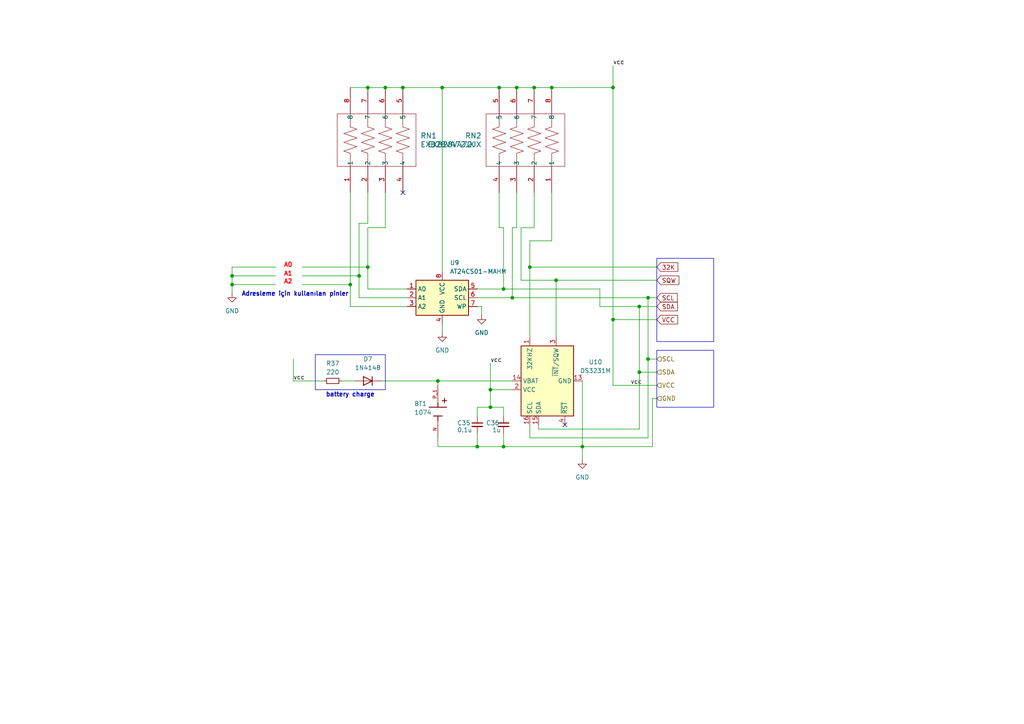
<source format=kicad_sch>
(kicad_sch (version 20231120) (generator "eeschema") (generator_version "8.0")
  (paper "A4")
  (lib_symbols
    (symbol "1074:1074" (pin_names (offset 1.016))
      (property "Reference" "BT" (at -3.81 3.81 0))
      (property "Value" "1074" (at -3.81 -5.08 0))
      (symbol "1074_0_0"
        (polyline (pts (xy -3.81 1.905) (xy -2.54 1.905)) (stroke (width 0.254)))
        (polyline (pts (xy -3.175 2.54) (xy -3.175 1.27)) (stroke (width 0.254)))
        (polyline (pts (xy -1.27 0) (xy -2.54 0)) (stroke (width 0.254)))
        (polyline (pts (xy -1.27 0) (xy -1.27 -2.54)) (stroke (width 0.254)))
        (polyline (pts (xy -1.27 2.54) (xy -1.27 0)) (stroke (width 0.254)))
        (polyline (pts (xy 1.27 0) (xy 1.27 -1.27)) (stroke (width 0.254)))
        (polyline (pts (xy 1.27 0) (xy 2.54 0)) (stroke (width 0.254)))
        (polyline (pts (xy 1.27 1.27) (xy 1.27 0)) (stroke (width 0.254)))
        (pin passive line (at 7.62 0 180) (length 5.08) (name "~") (number "N"))
        (pin passive line (at -7.62 0 0) (length 5.08) (name "~") (number "P_1"))
      )
    )
    (symbol "Device:C_Small" (pin_numbers hide) (pin_names (offset 0.254) hide)
      (property "Reference" "C" (at 0.254 1.778 0))
      (property "Value" "C_Small" (at 0.254 -2.032 0))
      (symbol "C_Small_0_1"
        (polyline (pts (xy -1.524 -0.508) (xy 1.524 -0.508)) (stroke (width 0.3302)))
        (polyline (pts (xy -1.524 0.508) (xy 1.524 0.508)) (stroke (width 0.3048)))
      )
      (symbol "C_Small_1_1"
        (pin passive line (at 0 2.54 270) (length 2.032) (name "~") (number "1"))
        (pin passive line (at 0 -2.54 90) (length 2.032) (name "~") (number "2"))
      )
    )
    (symbol "Device:R_Small" (pin_numbers hide) (pin_names (offset 0.254) hide)
      (property "Reference" "R" (at 0.762 0.508 0))
      (property "Value" "R_Small" (at 0.762 -1.016 0))
      (symbol "R_Small_0_1"
        (rectangle (start -0.762 1.778) (end 0.762 -1.778) (stroke (width 0.2032)))
      )
      (symbol "R_Small_1_1"
        (pin passive line (at 0 2.54 270) (length 0.762) (name "~") (number "1"))
        (pin passive line (at 0 -2.54 90) (length 0.762) (name "~") (number "2"))
      )
    )
    (symbol "Diode:1N4148" (pin_numbers hide) (pin_names hide)
      (property "Reference" "D" (at 0 2.54 0))
      (property "Value" "1N4148" (at 0 -2.54 0))
      (symbol "1N4148_0_1"
        (polyline (pts (xy -1.27 1.27) (xy -1.27 -1.27)) (stroke (width 0.254)))
        (polyline (pts (xy 1.27 0) (xy -1.27 0)))
        (polyline (pts (xy 1.27 1.27) (xy 1.27 -1.27) (xy -1.27 0) (xy 1.27 1.27)) (stroke (width 0.254)))
      )
      (symbol "1N4148_1_1"
        (pin passive line (at -3.81 0 0) (length 2.54) (name "K") (number "1"))
        (pin passive line (at 3.81 0 180) (length 2.54) (name "A") (number "2"))
      )
    )
    (symbol "Memory_EEPROM:AT24CS01-MAHM"
      (property "Reference" "U" (at -7.62 6.35 0))
      (property "Value" "AT24CS01-MAHM" (at 2.54 -6.35 0))
      (symbol "AT24CS01-MAHM_1_1"
        (rectangle (start -7.62 5.08) (end 7.62 -5.08) (stroke (width 0.254)) (fill (type background)))
        (pin input line (at -10.16 2.54 0) (length 2.54) (name "A0") (number "1"))
        (pin input line (at -10.16 0 0) (length 2.54) (name "A1") (number "2"))
        (pin input line (at -10.16 -2.54 0) (length 2.54) (name "A2") (number "3"))
        (pin power_in line (at 0 -7.62 90) (length 2.54) (name "GND") (number "4"))
        (pin bidirectional line (at 10.16 2.54 180) (length 2.54) (name "SDA") (number "5"))
        (pin input line (at 10.16 0 180) (length 2.54) (name "SCL") (number "6"))
        (pin input line (at 10.16 -2.54 180) (length 2.54) (name "WP") (number "7"))
        (pin power_in line (at 0 7.62 270) (length 2.54) (name "VCC") (number "8"))
      )
    )
    (symbol "Timer_RTC:DS3231M"
      (property "Reference" "U" (at -7.62 8.89 0))
      (property "Value" "DS3231M" (at 10.16 8.89 0))
      (symbol "DS3231M_0_1"
        (rectangle (start -10.16 7.62) (end 10.16 -7.62) (stroke (width 0.254)) (fill (type background)))
      )
      (symbol "DS3231M_1_1"
        (pin open_collector line (at 12.7 5.08 180) (length 2.54) (name "32KHZ") (number "1"))
        (pin passive line (at 0 -10.16 90) (length 2.54) hide (name "GND") (number "10"))
        (pin passive line (at 0 -10.16 90) (length 2.54) hide (name "GND") (number "11"))
        (pin passive line (at 0 -10.16 90) (length 2.54) hide (name "GND") (number "12"))
        (pin power_in line (at 0 -10.16 90) (length 2.54) (name "GND") (number "13"))
        (pin power_in line (at 0 10.16 270) (length 2.54) (name "VBAT") (number "14"))
        (pin bidirectional line (at -12.7 2.54 0) (length 2.54) (name "SDA") (number "15"))
        (pin input line (at -12.7 5.08 0) (length 2.54) (name "SCL") (number "16"))
        (pin power_in line (at -2.54 10.16 270) (length 2.54) (name "VCC") (number "2"))
        (pin open_collector line (at 12.7 -2.54 180) (length 2.54) (name "~{INT}/SQW") (number "3"))
        (pin bidirectional line (at -12.7 -5.08 0) (length 2.54) (name "~{RST}") (number "4"))
        (pin passive line (at 0 -10.16 90) (length 2.54) hide (name "GND") (number "5"))
        (pin passive line (at 0 -10.16 90) (length 2.54) hide (name "GND") (number "6"))
        (pin passive line (at 0 -10.16 90) (length 2.54) hide (name "GND") (number "7"))
        (pin passive line (at 0 -10.16 90) (length 2.54) hide (name "GND") (number "8"))
        (pin passive line (at 0 -10.16 90) (length 2.54) hide (name "GND") (number "9"))
      )
    )
    (symbol "array:EXB28V472JX" (pin_names (offset 0.254))
      (property "Reference" "U" (at 15.24 8.89 0))
      (property "Value" "EXB28V472JX" (at 15.24 6.35 0))
      (symbol "EXB28V472JX_0_1"
        (polyline (pts (xy 7.62 -19.05) (xy 22.86 -19.05)) (stroke (width 0.127)))
        (polyline (pts (xy 7.62 3.81) (xy 7.62 -19.05)) (stroke (width 0.127)))
        (polyline (pts (xy 11.43 -15.24) (xy 7.62 -15.24)) (stroke (width 0.127)))
        (polyline (pts (xy 11.43 -15.24) (xy 12.065 -13.335)) (stroke (width 0.127)))
        (polyline (pts (xy 11.43 -10.16) (xy 7.62 -10.16)) (stroke (width 0.127)))
        (polyline (pts (xy 11.43 -10.16) (xy 12.065 -8.255)) (stroke (width 0.127)))
        (polyline (pts (xy 11.43 -5.08) (xy 7.62 -5.08)) (stroke (width 0.127)))
        (polyline (pts (xy 11.43 -5.08) (xy 12.065 -3.175)) (stroke (width 0.127)))
        (polyline (pts (xy 11.43 0) (xy 7.62 0)) (stroke (width 0.127)))
        (polyline (pts (xy 11.43 0) (xy 12.065 1.905)) (stroke (width 0.127)))
        (polyline (pts (xy 12.065 -13.335) (xy 13.335 -17.145)) (stroke (width 0.127)))
        (polyline (pts (xy 12.065 -8.255) (xy 13.335 -12.065)) (stroke (width 0.127)))
        (polyline (pts (xy 12.065 -3.175) (xy 13.335 -6.985)) (stroke (width 0.127)))
        (polyline (pts (xy 12.065 1.905) (xy 13.335 -1.905)) (stroke (width 0.127)))
        (polyline (pts (xy 13.335 -17.145) (xy 14.605 -13.335)) (stroke (width 0.127)))
        (polyline (pts (xy 13.335 -12.065) (xy 14.605 -8.255)) (stroke (width 0.127)))
        (polyline (pts (xy 13.335 -6.985) (xy 14.605 -3.175)) (stroke (width 0.127)))
        (polyline (pts (xy 13.335 -1.905) (xy 14.605 1.905)) (stroke (width 0.127)))
        (polyline (pts (xy 14.605 -13.335) (xy 15.875 -17.145)) (stroke (width 0.127)))
        (polyline (pts (xy 14.605 -8.255) (xy 15.875 -12.065)) (stroke (width 0.127)))
        (polyline (pts (xy 14.605 -3.175) (xy 15.875 -6.985)) (stroke (width 0.127)))
        (polyline (pts (xy 14.605 1.905) (xy 15.875 -1.905)) (stroke (width 0.127)))
        (polyline (pts (xy 15.875 -17.145) (xy 17.145 -13.335)) (stroke (width 0.127)))
        (polyline (pts (xy 15.875 -12.065) (xy 17.145 -8.255)) (stroke (width 0.127)))
        (polyline (pts (xy 15.875 -6.985) (xy 17.145 -3.175)) (stroke (width 0.127)))
        (polyline (pts (xy 15.875 -1.905) (xy 17.145 1.905)) (stroke (width 0.127)))
        (polyline (pts (xy 17.145 -13.335) (xy 18.415 -17.145)) (stroke (width 0.127)))
        (polyline (pts (xy 17.145 -8.255) (xy 18.415 -12.065)) (stroke (width 0.127)))
        (polyline (pts (xy 17.145 -3.175) (xy 18.415 -6.985)) (stroke (width 0.127)))
        (polyline (pts (xy 17.145 1.905) (xy 18.415 -1.905)) (stroke (width 0.127)))
        (polyline (pts (xy 18.415 -17.145) (xy 19.05 -15.24)) (stroke (width 0.127)))
        (polyline (pts (xy 18.415 -12.065) (xy 19.05 -10.16)) (stroke (width 0.127)))
        (polyline (pts (xy 18.415 -6.985) (xy 19.05 -5.08)) (stroke (width 0.127)))
        (polyline (pts (xy 18.415 -1.905) (xy 19.05 0)) (stroke (width 0.127)))
        (polyline (pts (xy 19.05 -15.24) (xy 22.86 -15.24)) (stroke (width 0.127)))
        (polyline (pts (xy 19.05 -10.16) (xy 22.86 -10.16)) (stroke (width 0.127)))
        (polyline (pts (xy 19.05 -5.08) (xy 22.86 -5.08)) (stroke (width 0.127)))
        (polyline (pts (xy 19.05 0) (xy 22.86 0)) (stroke (width 0.127)))
        (polyline (pts (xy 22.86 -19.05) (xy 22.86 3.81)) (stroke (width 0.127)))
        (polyline (pts (xy 22.86 3.81) (xy 7.62 3.81)) (stroke (width 0.127)))
        (pin unspecified line (at 0 0 0) (length 7.62) (name "1") (number "1"))
        (pin unspecified line (at 0 -5.08 0) (length 7.62) (name "2") (number "2"))
        (pin unspecified line (at 0 -10.16 0) (length 7.62) (name "3") (number "3"))
        (pin unspecified line (at 0 -15.24 0) (length 7.62) (name "4") (number "4"))
        (pin unspecified line (at 30.48 -15.24 180) (length 7.62) (name "5") (number "5"))
        (pin unspecified line (at 30.48 -10.16 180) (length 7.62) (name "6") (number "6"))
        (pin unspecified line (at 30.48 -5.08 180) (length 7.62) (name "7") (number "7"))
        (pin unspecified line (at 30.48 0 180) (length 7.62) (name "8") (number "8"))
      )
    )
    (symbol "power:GND" (power) (pin_numbers hide) (pin_names (offset 0) hide)
      (property "Value" "GND" (at 0 -3.81 0))
      (symbol "GND_0_1"
        (polyline (pts (xy 0 0) (xy 0 -1.27) (xy 1.27 -1.27) (xy 0 -2.54) (xy -1.27 -1.27) (xy 0 -1.27)))
      )
      (symbol "GND_1_1"
        (pin power_in line (at 0 0 270) (length 0) (name "~") (number "1"))
      )
    )
  )
  (junction (at 160.02 25.4))
  (junction (at 106.68 77.47))
  (junction (at 101.6 82.55))
  (junction (at 146.05 129.54))
  (junction (at 142.24 118.11))
  (junction (at 111.76 25.4))
  (junction (at 161.29 81.28))
  (junction (at 185.42 107.95))
  (junction (at 67.31 80.01))
  (junction (at 138.43 129.54))
  (junction (at 185.42 88.9))
  (junction (at 177.8 25.4))
  (junction (at 187.96 86.36))
  (junction (at 154.94 25.4))
  (junction (at 153.67 77.47))
  (junction (at 144.78 25.4))
  (junction (at 142.24 113.03))
  (junction (at 127 110.49))
  (junction (at 128.27 25.4))
  (junction (at 116.84 25.4))
  (junction (at 187.96 104.14))
  (junction (at 148.59 86.36))
  (junction (at 67.31 82.55))
  (junction (at 149.86 25.4))
  (junction (at 104.14 80.01))
  (junction (at 106.68 25.4))
  (junction (at 168.91 129.54))
  (junction (at 177.8 92.71))
  (junction (at 146.05 83.82))
  (no_connect (at 163.83 123.19))
  (no_connect (at 116.84 55.88))
  (wire (pts (xy 187.96 104.14) (xy 190.5 104.14)))
  (wire (pts (xy 111.76 66.04) (xy 106.68 66.04)))
  (wire (pts (xy 85.09 110.49) (xy 93.98 110.49)))
  (wire (pts (xy 168.91 110.49) (xy 168.91 129.54)))
  (wire (pts (xy 101.6 88.9) (xy 101.6 82.55)))
  (wire (pts (xy 177.8 92.71) (xy 177.8 111.76)))
  (wire (pts (xy 127 110.49) (xy 148.59 110.49)))
  (wire (pts (xy 128.27 25.4) (xy 144.78 25.4)))
  (wire (pts (xy 80.01 80.01) (xy 67.31 80.01)))
  (wire (pts (xy 154.94 25.4) (xy 160.02 25.4)))
  (wire (pts (xy 148.59 66.04) (xy 148.59 86.36)))
  (wire (pts (xy 111.76 55.88) (xy 111.76 66.04)))
  (wire (pts (xy 139.7 88.9) (xy 139.7 91.44)))
  (wire (pts (xy 99.06 110.49) (xy 102.87 110.49)))
  (wire (pts (xy 146.05 66.04) (xy 146.05 83.82)))
  (wire (pts (xy 146.05 83.82) (xy 173.99 83.82)))
  (wire (pts (xy 153.67 123.19) (xy 153.67 127)))
  (wire (pts (xy 144.78 25.4) (xy 149.86 25.4)))
  (wire (pts (xy 80.01 77.47) (xy 67.31 77.47)))
  (wire (pts (xy 190.5 115.57) (xy 189.23 115.57)))
  (wire (pts (xy 187.96 86.36) (xy 187.96 104.14)))
  (wire (pts (xy 185.42 88.9) (xy 190.5 88.9)))
  (wire (pts (xy 87.63 82.55) (xy 101.6 82.55)))
  (wire (pts (xy 67.31 80.01) (xy 67.31 82.55)))
  (wire (pts (xy 185.42 88.9) (xy 185.42 107.95)))
  (wire (pts (xy 138.43 129.54) (xy 146.05 129.54)))
  (wire (pts (xy 138.43 86.36) (xy 148.59 86.36)))
  (wire (pts (xy 106.68 66.04) (xy 106.68 77.47)))
  (wire (pts (xy 128.27 93.98) (xy 128.27 96.52)))
  (wire (pts (xy 148.59 113.03) (xy 142.24 113.03)))
  (wire (pts (xy 101.6 88.9) (xy 118.11 88.9)))
  (wire (pts (xy 190.5 77.47) (xy 153.67 77.47)))
  (wire (pts (xy 189.23 115.57) (xy 189.23 129.54)))
  (wire (pts (xy 173.99 83.82) (xy 173.99 88.9)))
  (wire (pts (xy 168.91 129.54) (xy 189.23 129.54)))
  (wire (pts (xy 177.8 92.71) (xy 190.5 92.71)))
  (wire (pts (xy 142.24 113.03) (xy 142.24 118.11)))
  (wire (pts (xy 146.05 118.11) (xy 146.05 120.65)))
  (wire (pts (xy 142.24 118.11) (xy 146.05 118.11)))
  (wire (pts (xy 154.94 55.88) (xy 154.94 66.04)))
  (wire (pts (xy 106.68 25.4) (xy 111.76 25.4)))
  (wire (pts (xy 161.29 81.28) (xy 151.13 81.28)))
  (wire (pts (xy 144.78 55.88) (xy 144.78 66.04)))
  (wire (pts (xy 104.14 86.36) (xy 104.14 80.01)))
  (wire (pts (xy 154.94 66.04) (xy 151.13 66.04)))
  (wire (pts (xy 149.86 55.88) (xy 149.86 66.04)))
  (wire (pts (xy 106.68 83.82) (xy 106.68 77.47)))
  (wire (pts (xy 138.43 88.9) (xy 139.7 88.9)))
  (wire (pts (xy 67.31 82.55) (xy 80.01 82.55)))
  (wire (pts (xy 106.68 83.82) (xy 118.11 83.82)))
  (wire (pts (xy 160.02 55.88) (xy 160.02 69.85)))
  (wire (pts (xy 138.43 118.11) (xy 142.24 118.11)))
  (wire (pts (xy 149.86 66.04) (xy 148.59 66.04)))
  (wire (pts (xy 138.43 125.73) (xy 138.43 129.54)))
  (wire (pts (xy 142.24 105.41) (xy 142.24 113.03)))
  (wire (pts (xy 149.86 25.4) (xy 154.94 25.4)))
  (wire (pts (xy 187.96 127) (xy 187.96 104.14)))
  (wire (pts (xy 160.02 25.4) (xy 177.8 25.4)))
  (wire (pts (xy 156.21 124.46) (xy 156.21 123.19)))
  (wire (pts (xy 128.27 25.4) (xy 128.27 78.74)))
  (wire (pts (xy 190.5 81.28) (xy 161.29 81.28)))
  (wire (pts (xy 110.49 110.49) (xy 127 110.49)))
  (wire (pts (xy 146.05 125.73) (xy 146.05 129.54)))
  (wire (pts (xy 67.31 77.47) (xy 67.31 80.01)))
  (wire (pts (xy 153.67 127) (xy 187.96 127)))
  (wire (pts (xy 187.96 86.36) (xy 190.5 86.36)))
  (wire (pts (xy 127 129.54) (xy 138.43 129.54)))
  (wire (pts (xy 106.68 55.88) (xy 106.68 64.77)))
  (wire (pts (xy 177.8 111.76) (xy 190.5 111.76)))
  (wire (pts (xy 151.13 66.04) (xy 151.13 81.28)))
  (wire (pts (xy 104.14 64.77) (xy 104.14 80.01)))
  (wire (pts (xy 156.21 124.46) (xy 185.42 124.46)))
  (wire (pts (xy 173.99 88.9) (xy 185.42 88.9)))
  (wire (pts (xy 185.42 107.95) (xy 185.42 124.46)))
  (wire (pts (xy 87.63 80.01) (xy 104.14 80.01)))
  (wire (pts (xy 111.76 25.4) (xy 116.84 25.4)))
  (wire (pts (xy 153.67 77.47) (xy 153.67 97.79)))
  (wire (pts (xy 127 111.76) (xy 127 110.49)))
  (wire (pts (xy 177.8 19.05) (xy 177.8 25.4)))
  (wire (pts (xy 185.42 107.95) (xy 190.5 107.95)))
  (wire (pts (xy 101.6 55.88) (xy 101.6 82.55)))
  (wire (pts (xy 106.68 64.77) (xy 104.14 64.77)))
  (wire (pts (xy 127 127) (xy 127 129.54)))
  (wire (pts (xy 138.43 118.11) (xy 138.43 120.65)))
  (wire (pts (xy 177.8 25.4) (xy 177.8 92.71)))
  (wire (pts (xy 67.31 85.09) (xy 67.31 82.55)))
  (wire (pts (xy 101.6 25.4) (xy 106.68 25.4)))
  (wire (pts (xy 160.02 69.85) (xy 153.67 69.85)))
  (wire (pts (xy 148.59 86.36) (xy 187.96 86.36)))
  (wire (pts (xy 116.84 25.4) (xy 128.27 25.4)))
  (wire (pts (xy 144.78 66.04) (xy 146.05 66.04)))
  (wire (pts (xy 168.91 129.54) (xy 168.91 133.35)))
  (wire (pts (xy 138.43 83.82) (xy 146.05 83.82)))
  (wire (pts (xy 104.14 86.36) (xy 118.11 86.36)))
  (wire (pts (xy 161.29 81.28) (xy 161.29 97.79)))
  (wire (pts (xy 87.63 77.47) (xy 106.68 77.47)))
  (wire (pts (xy 153.67 69.85) (xy 153.67 77.47)))
  (wire (pts (xy 85.09 104.14) (xy 85.09 110.49)))
  (wire (pts (xy 146.05 129.54) (xy 168.91 129.54)))
  (rectangle (start 91.44 102.87) (end 111.76 113.03))
  (rectangle (start 190.5 99.06) (end 207.01 74.93))
  (rectangle (start 190.5 101.6) (end 207.01 118.11))
  (text "Adresleme için kullanılan pinler" (at 85.598 85.344 0) (effects (font (size 1.27 1.27) (thickness 0.254) (bold yes))))
  (text "battery charge" (at 101.6 114.554 0) (effects (font (size 1.27 1.27) (thickness 0.254) (bold yes))))
  (text "A2" (at 83.566 81.788 0) (effects (font (size 1.27 1.27) (thickness 0.254) (bold yes))))
  (text "A0" (at 83.566 76.962 0) (effects (font (size 1.27 1.27) (thickness 0.254) (bold yes))))
  (text "A1\n" (at 83.566 79.502 0) (effects (font (size 1.27 1.27) (thickness 0.254) (bold yes))))
  (label "vcc" (at 142.24 105.41 0))
  (label "vcc" (at 182.88 111.76 0))
  (label "vcc" (at 85.09 110.49 0))
  (label "vcc" (at 177.8 19.05 0))
  (global_label "SCL" (shape input) (at 190.5 86.36 0) (property "Intersheetrefs" "${INTERSHEET_REFS}" (effects (hide yes))))
  (global_label "SQW" (shape input) (at 190.5 81.28 0) (property "Intersheetrefs" "${INTERSHEET_REFS}" (effects (hide yes))))
  (global_label "SDA" (shape input) (at 190.5 88.9 0) (property "Intersheetrefs" "${INTERSHEET_REFS}" (effects (hide yes))))
  (global_label "VCC" (shape input) (at 190.5 92.71 0) (property "Intersheetrefs" "${INTERSHEET_REFS}" (effects (hide yes))))
  (global_label "32K" (shape input) (at 190.5 77.47 0) (property "Intersheetrefs" "${INTERSHEET_REFS}" (effects (hide yes))))
  (hierarchical_label "GND" (shape input) (at 190.5 115.57 0))
  (hierarchical_label "VCC" (shape input) (at 190.5 111.76 0))
  (hierarchical_label "SDA" (shape input) (at 190.5 107.95 0))
  (hierarchical_label "SCL" (shape input) (at 190.5 104.14 0))
  (symbol (lib_id "Diode:1N4148") (at 106.68 110.49 180) (unit 1)
    (property "Reference" "D7" (at 106.68 104.14 0))
    (property "Value" "1N4148" (at 106.68 106.68 0))
    (property "Footprint" "Diode_SMD:Nexperia_CFP3_SOD-123W" (effects (hide yes)))
    (property "Description" "100V 0.15A standard switching diode, DO-35" (effects (hide yes)))
    (property "Sim.Device" "D" (effects (hide yes)))
    (property "Sim.Pins" "1=K 2=A" (effects (hide yes)))
    (property "DigiKey" "1N4148W-13FDITR-ND" (effects (hide yes)))
  )
  (symbol (lib_id "Device:R_Small") (at 96.52 110.49 90) (unit 1)
    (property "Reference" "R37" (at 96.52 105.41 90))
    (property "Value" "220" (at 96.52 107.95 90))
    (property "Footprint" "Resistor_SMD:R_0402_1005Metric" (effects (hide yes)))
    (property "Description" "Resistor, small symbol" (effects (hide yes)))
    (property "DigiKey" "311-220JRTR-ND" (effects (hide yes)))
  )
  (symbol (lib_id "array:EXB28V472JX") (at 101.6 55.88 90) (unit 1)
    (property "Reference" "RN1" (at 121.92 39.3699 90) (effects (font (size 1.524 1.524)) (justify right)))
    (property "Value" "EXB28V472JX" (at 121.92 41.9099 90) (effects (font (size 1.524 1.524)) (justify right)))
    (property "Footprint" "mergened_footprints:C_ARRAY_EXB28V_PAN" (effects (hide yes)))
    (property "Datasheet" "EXB28V472JX" (effects (hide yes)))
    (property "DigiKey" "  Y7472TR-ND" (effects (hide yes)))
  )
  (symbol (lib_id "array:EXB28V472JX") (at 160.02 55.88 270) (mirror x) (unit 1)
    (property "Reference" "RN2" (at 139.7 39.3699 90) (effects (font (size 1.524 1.524)) (justify right)))
    (property "Value" "EXB28V472JX" (at 139.7 41.9099 90) (effects (font (size 1.524 1.524)) (justify right)))
    (property "Footprint" "mergened_footprints:C_ARRAY_EXB28V_PAN" (effects (hide yes)))
    (property "Datasheet" "EXB28V472JX" (effects (hide yes)))
    (property "DigiKey" "  Y7472TR-ND" (effects (hide yes)))
  )
  (symbol (lib_id "power:GND") (at 168.91 133.35 0) (unit 1)
    (property "Reference" "#PWR072" (effects (hide yes)))
    (property "Value" "GND" (at 168.91 138.43 0))
    (property "Description" "Power symbol creates a global label with name \"GND\" , ground" (effects (hide yes)))
  )
  (symbol (lib_id "power:GND") (at 67.31 85.09 0) (unit 1)
    (property "Reference" "#PWR069" (effects (hide yes)))
    (property "Value" "GND" (at 67.31 90.17 0))
    (property "Description" "Power symbol creates a global label with name \"GND\" , ground" (effects (hide yes)))
  )
  (symbol (lib_id "power:GND") (at 128.27 96.52 0) (unit 1)
    (property "Reference" "#PWR070" (effects (hide yes)))
    (property "Value" "GND" (at 128.27 101.6 0))
    (property "Description" "Power symbol creates a global label with name \"GND\" , ground" (effects (hide yes)))
  )
  (symbol (lib_id "1074:1074") (at 127 119.38 270) (unit 1)
    (property "Reference" "BT1" (at 120.142 117.094 90) (effects (justify left)))
    (property "Value" "1074" (at 120.142 119.634 90) (effects (justify left)))
    (property "Footprint" "mergened_footprints:BAT_1074" (effects (hide yes)))
    (property "PARTREV" "B" (effects (hide yes)))
    (property "MANUFACTURER" "Keystone" (effects (hide yes)))
    (property "SNAPEDA_PN" "1074" (effects (hide yes)))
    (property "MAXIMUM_PACKAGE_HEIGHT" "24.9mm" (effects (hide yes)))
    (property "STANDARD" "Manufacturer Recommendations" (effects (hide yes)))
    (property "DigiKey" "  36-1074-ND" (effects (hide yes)))
  )
  (symbol (lib_id "Timer_RTC:DS3231M") (at 158.75 110.49 90) (unit 1)
    (property "Reference" "U10" (at 172.72 104.9938 90))
    (property "Value" "DS3231M" (at 172.72 107.5338 90))
    (property "Footprint" "Package_SO:SOIC-16W_7.5x10.3mm_P1.27mm" (effects (hide yes)))
    (property "Datasheet" "http://datasheets.maximintegrated.com/en/ds/DS3231.pdf" (effects (hide yes)))
    (property "Description" "Extremely Accurate I2C-Integrated RTC/TCXO/Crystal SOIC-16" (effects (hide yes)))
    (property "DigiKey" "  DS3231M+TRLTR-ND" (effects (hide yes)))
  )
  (symbol (lib_id "Device:C_Small") (at 138.43 123.19 0) (unit 1)
    (property "Reference" "C35" (at 132.588 122.682 0) (effects (justify left)))
    (property "Value" "0.1u" (at 132.588 124.714 0) (effects (justify left)))
    (property "Footprint" "Capacitor_SMD:C_0402_1005Metric" (effects (hide yes)))
    (property "Description" "Unpolarized capacitor, small symbol" (effects (hide yes)))
    (property "DigiKey" "  3372-0402B104K160HITR-ND" (effects (hide yes)))
  )
  (symbol (lib_id "Memory_EEPROM:AT24CS01-MAHM") (at 128.27 86.36 0) (unit 1)
    (property "Reference" "U9" (at 130.4641 76.2 0) (effects (justify left)))
    (property "Value" "AT24CS01-MAHM" (at 130.4641 78.74 0) (effects (justify left)))
    (property "Footprint" "Package_DFN_QFN:DFN-8-1EP_3x2mm_P0.5mm_EP1.3x1.5mm" (effects (hide yes)))
    (property "Datasheet" "http://ww1.microchip.com/downloads/en/DeviceDoc/Atmel-8815-SEEPROM-AT24CS01-02-Datasheet.pdf" (effects (hide yes)))
    (property "Description" "I2C Serial EEPROM, 1Kb (128x8) with Unique Serial Number, UDFN8" (effects (hide yes)))
    (property "DigiKey" "T24CS01-MAHM-TTR-ND" (effects (hide yes)))
  )
  (symbol (lib_id "power:GND") (at 139.7 91.44 0) (unit 1)
    (property "Reference" "#PWR071" (effects (hide yes)))
    (property "Value" "GND" (at 139.7 96.52 0))
    (property "Description" "Power symbol creates a global label with name \"GND\" , ground" (effects (hide yes)))
  )
  (symbol (lib_id "Device:C_Small") (at 146.05 123.19 0) (unit 1)
    (property "Reference" "C36" (at 140.97 122.682 0) (effects (justify left)))
    (property "Value" "1u" (at 142.748 124.714 0) (effects (justify left)))
    (property "Footprint" "Capacitor_SMD:C_0402_1005Metric" (effects (hide yes)))
    (property "Description" "Unpolarized capacitor, small symbol" (effects (hide yes)))
    (property "DigiKey" "3372-0402W105K100HITR-ND" (effects (hide yes)))
  )
)
</source>
